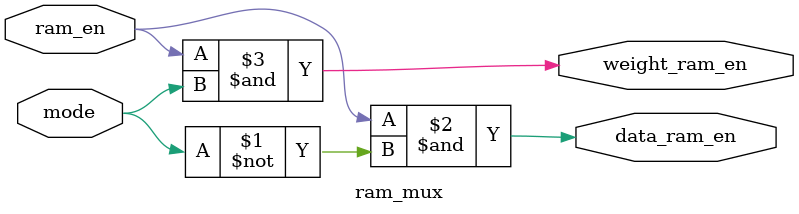
<source format=v>
`timescale 1ns/1ps
module ram_mux (
    input mode,
    input ram_en,

    output weight_ram_en,
    output data_ram_en
);

    // MODE_DATA = 0, MODE_WEIGHT = 1
    assign data_ram_en = ram_en & ~mode;
    assign weight_ram_en = ram_en & mode;

endmodule

</source>
